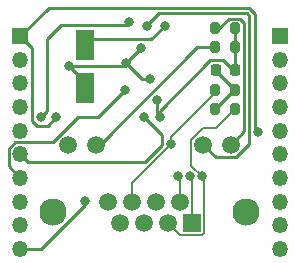
<source format=gbr>
%TF.GenerationSoftware,KiCad,Pcbnew,7.0.7*%
%TF.CreationDate,2023-10-05T19:12:10-06:00*%
%TF.ProjectId,GigE_Module,47696745-5f4d-46f6-9475-6c652e6b6963,rev?*%
%TF.SameCoordinates,Original*%
%TF.FileFunction,Copper,L1,Top*%
%TF.FilePolarity,Positive*%
%FSLAX46Y46*%
G04 Gerber Fmt 4.6, Leading zero omitted, Abs format (unit mm)*
G04 Created by KiCad (PCBNEW 7.0.7) date 2023-10-05 19:12:10*
%MOMM*%
%LPD*%
G01*
G04 APERTURE LIST*
G04 Aperture macros list*
%AMRoundRect*
0 Rectangle with rounded corners*
0 $1 Rounding radius*
0 $2 $3 $4 $5 $6 $7 $8 $9 X,Y pos of 4 corners*
0 Add a 4 corners polygon primitive as box body*
4,1,4,$2,$3,$4,$5,$6,$7,$8,$9,$2,$3,0*
0 Add four circle primitives for the rounded corners*
1,1,$1+$1,$2,$3*
1,1,$1+$1,$4,$5*
1,1,$1+$1,$6,$7*
1,1,$1+$1,$8,$9*
0 Add four rect primitives between the rounded corners*
20,1,$1+$1,$2,$3,$4,$5,0*
20,1,$1+$1,$4,$5,$6,$7,0*
20,1,$1+$1,$6,$7,$8,$9,0*
20,1,$1+$1,$8,$9,$2,$3,0*%
G04 Aperture macros list end*
%TA.AperFunction,ComponentPad*%
%ADD10R,1.500000X1.500000*%
%TD*%
%TA.AperFunction,ComponentPad*%
%ADD11C,1.500000*%
%TD*%
%TA.AperFunction,ComponentPad*%
%ADD12C,2.300000*%
%TD*%
%TA.AperFunction,SMDPad,CuDef*%
%ADD13RoundRect,0.200000X-0.200000X-0.275000X0.200000X-0.275000X0.200000X0.275000X-0.200000X0.275000X0*%
%TD*%
%TA.AperFunction,ComponentPad*%
%ADD14R,1.350000X1.350000*%
%TD*%
%TA.AperFunction,ComponentPad*%
%ADD15O,1.350000X1.350000*%
%TD*%
%TA.AperFunction,SMDPad,CuDef*%
%ADD16RoundRect,0.225000X-0.225000X-0.250000X0.225000X-0.250000X0.225000X0.250000X-0.225000X0.250000X0*%
%TD*%
%TA.AperFunction,SMDPad,CuDef*%
%ADD17RoundRect,0.250000X-0.550000X1.050000X-0.550000X-1.050000X0.550000X-1.050000X0.550000X1.050000X0*%
%TD*%
%TA.AperFunction,ViaPad*%
%ADD18C,0.800000*%
%TD*%
%TA.AperFunction,Conductor*%
%ADD19C,0.250000*%
%TD*%
%TA.AperFunction,Conductor*%
%ADD20C,0.200000*%
%TD*%
G04 APERTURE END LIST*
D10*
%TO.P,J1,1*%
%TO.N,/TPOUT+*%
X148270000Y-101810000D03*
D11*
%TO.P,J1,2*%
%TO.N,/TPOUT-*%
X147254000Y-100030000D03*
%TO.P,J1,3*%
%TO.N,/TPIN+*%
X146238000Y-101810000D03*
%TO.P,J1,4*%
%TO.N,Net-(C9-Pad1)*%
X145222000Y-100030000D03*
%TO.P,J1,5*%
%TO.N,unconnected-(J1-Pad5)*%
X144206000Y-101810000D03*
%TO.P,J1,6*%
%TO.N,/TPIN-*%
X143190000Y-100030000D03*
%TO.P,J1,7*%
%TO.N,unconnected-(J1-Pad7)*%
X142174000Y-101810000D03*
%TO.P,J1,8*%
%TO.N,unconnected-(J1-Pad8)*%
X141158000Y-100030000D03*
%TO.P,J1,9*%
%TO.N,Net-(J1-Pad9)*%
X151570000Y-95210000D03*
%TO.P,J1,10*%
%TO.N,/LEDB*%
X149280000Y-95210000D03*
%TO.P,J1,11*%
%TO.N,Net-(J1-Pad11)*%
X140140000Y-95210000D03*
%TO.P,J1,12*%
%TO.N,/LEDA*%
X137850000Y-95210000D03*
D12*
%TO.P,J1,SH*%
%TO.N,N/C*%
X152840000Y-100920000D03*
X136580000Y-100920000D03*
%TD*%
D13*
%TO.P,R7,1*%
%TO.N,Net-(J1-Pad9)*%
X150295000Y-85330000D03*
%TO.P,R7,2*%
%TO.N,/GND*%
X151945000Y-85330000D03*
%TD*%
%TO.P,R6,1*%
%TO.N,Net-(J1-Pad11)*%
X150295000Y-86930000D03*
%TO.P,R6,2*%
%TO.N,/GND*%
X151945000Y-86930000D03*
%TD*%
%TO.P,R9,1*%
%TO.N,/TPIN-*%
X150285000Y-90580000D03*
%TO.P,R9,2*%
%TO.N,Net-(C10-Pad1)*%
X151935000Y-90580000D03*
%TD*%
D14*
%TO.P,J3,1,Pin_1*%
%TO.N,unconnected-(J3-Pin_1-Pad1)*%
X155772000Y-86025000D03*
D15*
%TO.P,J3,2,Pin_2*%
%TO.N,unconnected-(J3-Pin_2-Pad2)*%
X155772000Y-88025000D03*
%TO.P,J3,3,Pin_3*%
%TO.N,/SCK*%
X155772000Y-90025000D03*
%TO.P,J3,4,Pin_4*%
%TO.N,/MISO*%
X155772000Y-92025000D03*
%TO.P,J3,5,Pin_5*%
%TO.N,/MOSI*%
X155772000Y-94025000D03*
%TO.P,J3,6,Pin_6*%
%TO.N,unconnected-(J3-Pin_6-Pad6)*%
X155772000Y-96025000D03*
%TO.P,J3,7,Pin_7*%
%TO.N,unconnected-(J3-Pin_7-Pad7)*%
X155772000Y-98025000D03*
%TO.P,J3,8,Pin_8*%
%TO.N,unconnected-(J3-Pin_8-Pad8)*%
X155772000Y-100025000D03*
%TO.P,J3,9,Pin_9*%
%TO.N,unconnected-(J3-Pin_9-Pad9)*%
X155772000Y-102025000D03*
%TO.P,J3,10,Pin_10*%
%TO.N,unconnected-(J3-Pin_10-Pad10)*%
X155772000Y-104025000D03*
%TD*%
D14*
%TO.P,J2,1,Pin_1*%
%TO.N,/VCC*%
X133772000Y-86025000D03*
D15*
%TO.P,J2,2,Pin_2*%
%TO.N,unconnected-(J2-Pin_2-Pad2)*%
X133772000Y-88025000D03*
%TO.P,J2,3,Pin_3*%
%TO.N,unconnected-(J2-Pin_3-Pad3)*%
X133772000Y-90025000D03*
%TO.P,J2,4,Pin_4*%
%TO.N,unconnected-(J2-Pin_4-Pad4)*%
X133772000Y-92025000D03*
%TO.P,J2,5,Pin_5*%
%TO.N,unconnected-(J2-Pin_5-Pad5)*%
X133772000Y-94025000D03*
%TO.P,J2,6,Pin_6*%
%TO.N,/CS*%
X133772000Y-96025000D03*
%TO.P,J2,7,Pin_7*%
%TO.N,/INT*%
X133772000Y-98025000D03*
%TO.P,J2,8,Pin_8*%
%TO.N,unconnected-(J2-Pin_8-Pad8)*%
X133772000Y-100025000D03*
%TO.P,J2,9,Pin_9*%
%TO.N,unconnected-(J2-Pin_9-Pad9)*%
X133772000Y-102025000D03*
%TO.P,J2,10,Pin_10*%
%TO.N,/GND*%
X133772000Y-104025000D03*
%TD*%
D16*
%TO.P,C10,1*%
%TO.N,Net-(C10-Pad1)*%
X150357500Y-88900000D03*
%TO.P,C10,2*%
%TO.N,/GND*%
X151907500Y-88900000D03*
%TD*%
D17*
%TO.P,C1,1*%
%TO.N,Net-(U1-VCAP)*%
X139250000Y-86800000D03*
%TO.P,C1,2*%
%TO.N,/GND*%
X139250000Y-90400000D03*
%TD*%
D13*
%TO.P,R8,1*%
%TO.N,Net-(C10-Pad1)*%
X150285000Y-92160000D03*
%TO.P,R8,2*%
%TO.N,/TPIN+*%
X151935000Y-92160000D03*
%TD*%
D18*
%TO.N,Net-(U1-VCAP)*%
X146010000Y-85130000D03*
%TO.N,/GND*%
X145560000Y-92840000D03*
X137860000Y-88520000D03*
X142710000Y-88260000D03*
X139240000Y-100000000D03*
X145334503Y-91390500D03*
X143990000Y-87000000D03*
X144780000Y-89640000D03*
%TO.N,/VCC*%
X136830000Y-92900000D03*
X153882000Y-94113891D03*
%TO.N,/CS*%
X144237921Y-92840000D03*
%TO.N,/INT*%
X142646502Y-90592642D03*
%TO.N,/LEDA*%
X143000000Y-84810000D03*
X135504500Y-92900000D03*
%TO.N,/LEDB*%
X144520000Y-85130000D03*
%TO.N,/TPOUT+*%
X148100000Y-97900000D03*
%TO.N,/TPOUT-*%
X147085284Y-97900000D03*
%TO.N,/TPIN+*%
X149124718Y-97900000D03*
%TO.N,/TPIN-*%
X146497500Y-95136911D03*
%TD*%
D19*
%TO.N,Net-(U1-VCAP)*%
X139775000Y-86275000D02*
X139250000Y-86800000D01*
X146010000Y-85130000D02*
X144865000Y-86275000D01*
X144865000Y-86275000D02*
X139775000Y-86275000D01*
%TO.N,/GND*%
X142445000Y-88525000D02*
X142710000Y-88260000D01*
X137860000Y-88520000D02*
X137865000Y-88525000D01*
X151795673Y-88900000D02*
X150945673Y-88050000D01*
X145334503Y-92614503D02*
X145560000Y-92840000D01*
X139240000Y-100000000D02*
X139240000Y-100345966D01*
X143970000Y-87000000D02*
X142710000Y-88260000D01*
X137865000Y-88525000D02*
X142445000Y-88525000D01*
X139240000Y-100345966D02*
X135560966Y-104025000D01*
X139250000Y-90400000D02*
X139250000Y-89910000D01*
X151845000Y-88900000D02*
X151795673Y-88900000D01*
X151935000Y-88810000D02*
X151845000Y-88900000D01*
X144780000Y-89640000D02*
X144090000Y-89640000D01*
X145334503Y-91390500D02*
X145334503Y-92614503D01*
X151935000Y-87250000D02*
X151935000Y-88810000D01*
X135560966Y-104025000D02*
X133772000Y-104025000D01*
X143990000Y-87000000D02*
X143970000Y-87000000D01*
X150945673Y-88050000D02*
X149860000Y-88050000D01*
X151935000Y-85650000D02*
X151935000Y-87250000D01*
X139250000Y-89910000D02*
X137860000Y-88520000D01*
X149860000Y-88050000D02*
X145560000Y-92350000D01*
X144090000Y-89640000D02*
X142710000Y-88260000D01*
X145560000Y-92350000D02*
X145560000Y-92840000D01*
%TO.N,/VCC*%
X136830000Y-92900000D02*
X136105000Y-93625000D01*
X136105000Y-93625000D02*
X135175000Y-93625000D01*
X134780000Y-93230000D02*
X134780000Y-87033000D01*
X136167000Y-83630000D02*
X133772000Y-86025000D01*
X153607500Y-93839391D02*
X153607500Y-84127500D01*
X134780000Y-87033000D02*
X133772000Y-86025000D01*
X135175000Y-93625000D02*
X134780000Y-93230000D01*
X153882000Y-94113891D02*
X153607500Y-93839391D01*
X153110000Y-83630000D02*
X136167000Y-83630000D01*
X153607500Y-84127500D02*
X153110000Y-83630000D01*
%TO.N,Net-(C10-Pad1)*%
X150420000Y-89065000D02*
X151935000Y-90580000D01*
X151865000Y-90580000D02*
X150285000Y-92160000D01*
X151935000Y-90580000D02*
X151865000Y-90580000D01*
X150420000Y-88900000D02*
X150420000Y-89065000D01*
%TO.N,Net-(J1-Pad9)*%
X152362462Y-84530000D02*
X152707500Y-84875038D01*
X152707500Y-94072500D02*
X151570000Y-95210000D01*
X151405000Y-84530000D02*
X152362462Y-84530000D01*
X150285000Y-85650000D02*
X151405000Y-84530000D01*
X152707500Y-84875038D02*
X152707500Y-94072500D01*
%TO.N,/CS*%
X144333371Y-96700000D02*
X134447000Y-96700000D01*
X145772500Y-95260871D02*
X144333371Y-96700000D01*
X134447000Y-96700000D02*
X133772000Y-96025000D01*
X145772500Y-94411256D02*
X145772500Y-95260871D01*
X144237921Y-92876677D02*
X145772500Y-94411256D01*
%TO.N,/INT*%
X133357786Y-95025000D02*
X132772000Y-95610786D01*
X142646502Y-90592642D02*
X140329144Y-92910000D01*
X136514720Y-95025000D02*
X133357786Y-95025000D01*
X132772000Y-97025000D02*
X133772000Y-98025000D01*
X132772000Y-95610786D02*
X132772000Y-97025000D01*
X140329144Y-92910000D02*
X138629720Y-92910000D01*
X138629720Y-92910000D02*
X136514720Y-95025000D01*
%TO.N,Net-(J1-Pad11)*%
X140490000Y-95210000D02*
X140140000Y-95210000D01*
X150295000Y-86930000D02*
X148770000Y-86930000D01*
X148770000Y-86930000D02*
X140490000Y-95210000D01*
X140140000Y-95040000D02*
X140140000Y-95210000D01*
%TO.N,/LEDA*%
X142700000Y-85110000D02*
X143000000Y-84810000D01*
X135504500Y-92900000D02*
X136070000Y-92334500D01*
X136070000Y-92334500D02*
X136070000Y-86230000D01*
X137190000Y-85110000D02*
X142700000Y-85110000D01*
X136070000Y-86230000D02*
X137190000Y-85110000D01*
%TO.N,/LEDB*%
X152015280Y-96285000D02*
X150355000Y-96285000D01*
X145550000Y-84080000D02*
X152923604Y-84080000D01*
X150355000Y-96285000D02*
X149280000Y-95210000D01*
X153157500Y-95142780D02*
X152015280Y-96285000D01*
X144520000Y-85110000D02*
X145550000Y-84080000D01*
X152923604Y-84080000D02*
X153157500Y-84313896D01*
X153157500Y-84313896D02*
X153157500Y-95142780D01*
D20*
%TO.N,/TPOUT+*%
X148270000Y-101810000D02*
X148304000Y-101776000D01*
X148304000Y-98104000D02*
X148100000Y-97900000D01*
X148304000Y-101776000D02*
X148304000Y-98104000D01*
%TO.N,/TPOUT-*%
X147254000Y-100030000D02*
X147254000Y-98068716D01*
X147254000Y-98068716D02*
X147085284Y-97900000D01*
%TO.N,/TPIN+*%
X149124718Y-97900000D02*
X149320000Y-98095282D01*
X148230000Y-94775075D02*
X148230000Y-97005282D01*
X147288000Y-102860000D02*
X146238000Y-101810000D01*
X150330000Y-93765000D02*
X149240075Y-93765000D01*
X148230000Y-97005282D02*
X149124718Y-97900000D01*
X149150000Y-102860000D02*
X147288000Y-102860000D01*
X149240075Y-93765000D02*
X148230000Y-94775075D01*
X149320000Y-98095282D02*
X149320000Y-102690000D01*
X151935000Y-92160000D02*
X150330000Y-93765000D01*
X149320000Y-102690000D02*
X149150000Y-102860000D01*
%TO.N,/TPIN-*%
X146497500Y-95136911D02*
X143190000Y-98444411D01*
X146497500Y-95136911D02*
X146497500Y-94602500D01*
X143190000Y-98444411D02*
X143190000Y-100030000D01*
X146497500Y-94602500D02*
X150285000Y-90815000D01*
X150285000Y-90815000D02*
X150285000Y-90580000D01*
%TD*%
M02*

</source>
